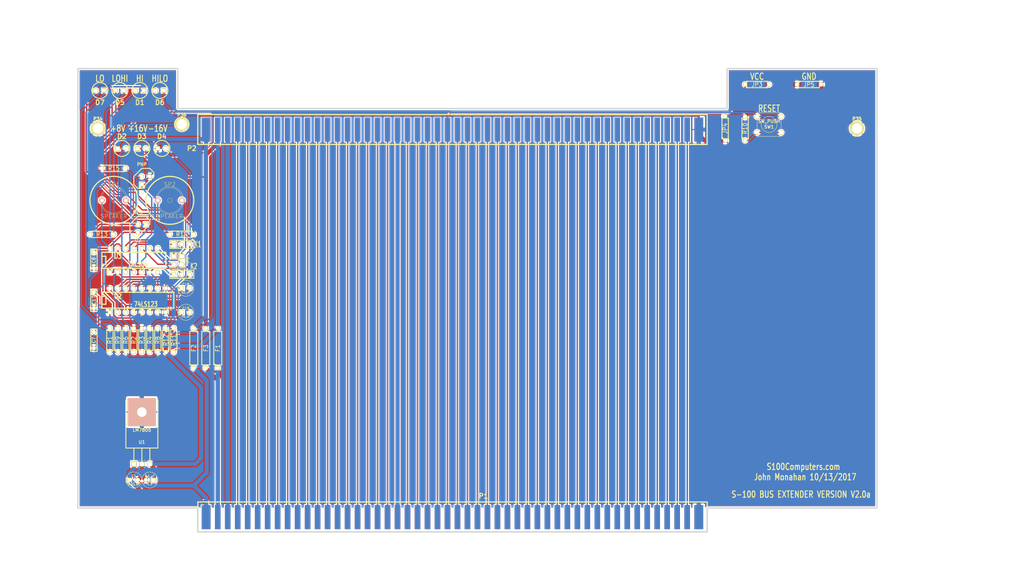
<source format=kicad_pcb>
(kicad_pcb (version 20221018) (generator pcbnew)
  (layers (0 "F.Cu" signal "Component") (31 "B.Cu" signal "Copper") (34 "B.Paste" user) (35 "F.Paste" user) (36 "B.SilkS" user) (37 "F.SilkS" user) (38 "B.Mask" user) (39 "F.Mask" user) (44 "Edge.Cuts" user))
  (net 0 "")
  (net 1 "/+16V")
  (net 2 "/+8V")
  (net 3 "/-16V")
  (net 4 "/0V_A")
  (net 5 "/0V_B")
  (net 6 "/0V_C")
  (net 7 "/A0")
  (net 8 "/A1")
  (net 9 "/A10-")
  (net 10 "/A11-")
  (net 11 "/A12-")
  (net 12 "/A13-")
  (net 13 "/A14-")
  (net 14 "/A15-")
  (net 15 "/A16")
  (net 16 "/A17")
  (net 17 "/A18")
  (net 18 "/A19")
  (net 19 "/A2")
  (net 20 "/A20")
  (net 21 "/A21")
  (net 22 "/A22")
  (net 23 "/A23")
  (net 24 "/A3")
  (net 25 "/A4")
  (net 26 "/A5")
  (net 27 "/A6")
  (net 28 "/A7")
  (net 29 "/A8-")
  (net 30 "/A9-")
  (net 31 "/ADSB*")
  (net 32 "/CDSB*")
  (net 33 "/CLOCK")
  (net 34 "/DI0")
  (net 35 "/DI1")
  (net 36 "/DI2")
  (net 37 "/DI3")
  (net 38 "/DI4")
  (net 39 "/DI5")
  (net 40 "/DI6")
  (net 41 "/DI7")
  (net 42 "/DO0")
  (net 43 "/DO1")
  (net 44 "/DO2")
  (net 45 "/DO3")
  (net 46 "/DO4")
  (net 47 "/DO5")
  (net 48 "/DO6")
  (net 49 "/DO7")
  (net 50 "/DODSB*")
  (net 51 "/ERROR*")
  (net 52 "/F+16V")
  (net 53 "/F+8V")
  (net 54 "/F-16V")
  (net 55 "/HOLD*")
  (net 56 "/INT*")
  (net 57 "/MWRT")
  (net 58 "/NDEF1")
  (net 59 "/NDEF2")
  (net 60 "/NDEF3")
  (net 61 "/NMI*")
  (net 62 "/PHANTOM*")
  (net 63 "/PHI")
  (net 64 "/POC*")
  (net 65 "/PWRFAIL*")
  (net 66 "/RDY")
  (net 67 "/RESET*")
  (net 68 "/RFU1")
  (net 69 "/RFU2")
  (net 70 "/RFU3")
  (net 71 "/RFU4")
  (net 72 "/SDSB*")
  (net 73 "/SIXTN*")
  (net 74 "/SLAVE_CLR*")
  (net 75 "/TMA0*")
  (net 76 "/TMA1*")
  (net 77 "/TMA2*")
  (net 78 "/TMA3*")
  (net 79 "/VI0*")
  (net 80 "/VI1*")
  (net 81 "/VI2*")
  (net 82 "/VI3*")
  (net 83 "/VI4*")
  (net 84 "/VI5*")
  (net 85 "/VI6*")
  (net 86 "/VI7*")
  (net 87 "/XRDY")
  (net 88 "/pDBIN")
  (net 89 "/pHLDA")
  (net 90 "/pSTVAL*")
  (net 91 "/pSYNC")
  (net 92 "/pWR*")
  (net 93 "/sHLTA")
  (net 94 "/sINP")
  (net 95 "/sINTA")
  (net 96 "/sM1")
  (net 97 "/sMEMR")
  (net 98 "/sOUT")
  (net 99 "/sWO*")
  (net 100 "/sXTRQ*")
  (net 101 "GND")
  (net 102 "N-000001")
  (net 103 "N-000002")
  (net 104 "N-000003")
  (net 105 "N-000004")
  (net 106 "N-000005")
  (net 107 "N-000006")
  (net 108 "N-000007")
  (net 109 "N-000059")
  (net 110 "N-000060")
  (net 111 "N-000061")
  (net 112 "N-000065")
  (net 113 "N-000066")
  (net 114 "N-000067")
  (net 115 "N-000068")
  (net 116 "N-000069")
  (net 117 "N-000070")
  (net 118 "N-000071")
  (net 119 "N-000072")
  (net 120 "N-000073")
  (net 121 "N-000074")
  (net 122 "N-000075")
  (net 123 "N-000076")
  (net 124 "N-000077")
  (net 125 "N-000078")
  (net 126 "N-000079")
  (net 127 "N-000080")
  (net 128 "N-000081")
  (net 129 "N-000082")
  (net 130 "N-000083")
  (net 131 "N-000085")
  (net 132 "VCC")
  (footprint "S100_MALE" (layer "F.Cu") (at 50.8 180.34)
    (fp_text reference "P1")
    (fp_text value "S100_MALE" hide)
  )
  (footprint "TO220" (layer "F.Cu") (at 33.02 158.75 90)
    (fp_text reference "U1")
    (fp_text value "LM7805")
  )
  (footprint "C1V5" (layer "F.Cu") (at 30.48 163.83)
    (fp_text reference "C1")
    (fp_text value "0.33_uF")
  )
  (footprint "C1V5" (layer "F.Cu") (at 35.56 163.83 180)
    (fp_text reference "C3")
    (fp_text value "0.1_uF")
  )
  (footprint "1pin" (layer "F.Cu") (at 260.35 52.07)
    (fp_text reference "P35")
    (fp_text value "CONN_1" hide)
  )
  (footprint "1pin" (layer "F.Cu") (at 19.05 52.07)
    (fp_text reference "P34")
    (fp_text value "CONN_1" hide)
  )
  (footprint "C2" (layer "F.Cu") (at 17.78 93.98 -90)
    (fp_text reference "C8")
    (fp_text value "0.1_uF" hide)
  )
  (footprint "C2" (layer "F.Cu") (at 17.78 119.38 -90)
    (fp_text reference "C7")
    (fp_text value "0.1_uF" hide)
  )
  (footprint "C2" (layer "F.Cu") (at 17.78 106.68 -90)
    (fp_text reference "C17")
    (fp_text value "0.1_uF" hide)
  )
  (footprint "S100_MALE" (layer "F.Cu") (at 50.8 57.15)
    (fp_text reference "P2")
    (fp_text value "S100_MALE" hide)
  )
  (footprint "14dip300" (layer "F.Cu") (at 30.48 93.98)
    (fp_text reference "U3")
    (fp_text value "74LS04")
  )
  (footprint "16dip300" (layer "F.Cu") (at 31.75 106.68)
    (fp_text reference "U2")
    (fp_text value "74LS123")
  )
  (footprint "1pin" (layer "F.Cu") (at 45.72 50.8)
    (fp_text reference "P36")
    (fp_text value "CONN_1" hide)
  )
  (footprint "C1V5" (layer "F.Cu") (at 46.99 110.49)
    (fp_text reference "C19")
    (fp_text value "10_uF")
  )
  (footprint "C1V5" (layer "F.Cu") (at 46.99 102.87)
    (fp_text reference "C18")
    (fp_text value "10_uF")
  )
  (footprint "LEDV" (layer "F.Cu") (at 19.685 40.005 180)
    (fp_text reference "D7")
    (fp_text value "LED" hide)
  )
  (footprint "LEDV" (layer "F.Cu") (at 26.67 58.42)
    (fp_text reference "D2")
    (fp_text value "LED" hide)
  )
  (footprint "LEDV" (layer "F.Cu") (at 33.02 58.42)
    (fp_text reference "D3")
    (fp_text value "LED" hide)
  )
  (footprint "LEDV" (layer "F.Cu") (at 39.37 58.42)
    (fp_text reference "D4")
    (fp_text value "LED" hide)
  )
  (footprint "LEDV" (layer "F.Cu") (at 26.035 40.005 180)
    (fp_text reference "D5")
    (fp_text value "LED" hide)
  )
  (footprint "LEDV" (layer "F.Cu") (at 38.735 40.005 180)
    (fp_text reference "D6")
    (fp_text value "LED" hide)
  )
  (footprint "LEDV" (layer "F.Cu") (at 32.385 40.005 180)
    (fp_text reference "D1")
    (fp_text value "LED" hide)
  )
  (footprint "PIN_ARRAY_2X1" (layer "F.Cu") (at 45.72 93.98 -90)
    (fp_text reference "JP2")
    (fp_text value "JUMPER" hide)
  )
  (footprint "PIN_ARRAY_2X1" (layer "F.Cu") (at 43.18 93.98 -90)
    (fp_text reference "JP1")
    (fp_text value "JUMPER" hide)
  )
  (footprint "R3" (layer "F.Cu") (at 38.1 119.38 90)
    (fp_text reference "R8")
    (fp_text value "180" hide)
  )
  (footprint "R3" (layer "F.Cu") (at 33.02 119.38 90)
    (fp_text reference "R3")
    (fp_text value "20K" hide)
  )
  (footprint "R3" (layer "F.Cu") (at 35.56 119.38 -90)
    (fp_text reference "R4")
    (fp_text value "20K" hide)
  )
  (footprint "R3" (layer "F.Cu") (at 30.48 119.38 90)
    (fp_text reference "R2")
    (fp_text value "4700" hide)
  )
  (footprint "R3" (layer "F.Cu") (at 27.94 119.38 90)
    (fp_text reference "R6")
    (fp_text value "180" hide)
  )
  (footprint "R3" (layer "F.Cu") (at 25.4 119.38 90)
    (fp_text reference "R9")
    (fp_text value "180" hide)
  )
  (footprint "R3" (layer "F.Cu") (at 22.86 119.38 90)
    (fp_text reference "R1")
    (fp_text value "180" hide)
  )
  (footprint "BUZZER_AL11P_modified" (layer "F.Cu") (at 24.13 74.93)
    (fp_text reference "SP1")
    (fp_text value "SPEAKER")
  )
  (footprint "BUZZER_AL11P_modified" (layer "F.Cu") (at 41.91 74.93)
    (fp_text reference "SP2")
    (fp_text value "SPEAKER")
  )
  (footprint "R3" (layer "F.Cu") (at 224.79 52.07 90)
    (fp_text reference "R10")
    (fp_text value "10" hide)
  )
  (footprint "R5" (layer "F.Cu") (at 53.34 121.92 -90)
    (fp_text reference "F3")
    (fp_text value "FUSE" hide)
  )
  (footprint "R5" (layer "F.Cu") (at 49.53 121.92 -90)
    (fp_text reference "F2")
    (fp_text value "FUSE" hide)
  )
  (footprint "R5" (layer "F.Cu") (at 57.15 121.92 90)
    (fp_text reference "F1")
    (fp_text value "FUSE" hide)
  )
  (footprint "SW_PUSH_SMALL" (layer "F.Cu") (at 232.41 50.8 180)
    (fp_text reference "SW1")
    (fp_text value "SW_PUSH")
  )
  (footprint "R3" (layer "F.Cu") (at 218.44 52.07 90)
    (fp_text reference "JP4")
    (fp_text value "JUMPER" hide)
  )
  (footprint "R3" (layer "F.Cu") (at 228.6 38.1 180)
    (fp_text reference "JP3")
    (fp_text value "JUMPER" hide)
  )
  (footprint "R3" (layer "F.Cu") (at 245.11 38.1)
    (fp_text reference "JP5")
    (fp_text value "JUMPER" hide)
  )
  (footprint "R3" (layer "F.Cu") (at 43.18 119.38 -90)
    (fp_text reference "R11")
    (fp_text value "470" hide)
  )
  (footprint "R3" (layer "F.Cu") (at 40.64 119.38 -90)
    (fp_text reference "R12")
    (fp_text value "470" hide)
  )
  (footprint "R3" (layer "F.Cu") (at 20.32 85.725)
    (fp_text reference "R13")
    (fp_text value "1K" hide)
  )
  (footprint "R3" (layer "F.Cu") (at 45.72 85.725)
    (fp_text reference "R14")
    (fp_text value "6800" hide)
  )
  (footprint "R3" (layer "F.Cu") (at 24.13 64.77 180)
    (fp_text reference "R15")
    (fp_text value "390" hide)
  )
  (footprint "TO92-INVERT" (layer "F.Cu") (at 34.29 68.58)
    (fp_text reference "Q1")
    (fp_text value "PNP")
  )
  (footprint "TO92" (layer "F.Cu") (at 33.02 83.82)
    (fp_text reference "Q2")
    (fp_text value "NPN")
  )
  (footprint "SIL-3" (layer "F.Cu") (at 45.72 88.9)
    (fp_text reference "K1")
    (fp_text value "CONN_3" hide)
  )
  (footprint "SIL-3" (layer "F.Cu") (at 45.72 98.425)
    (fp_text reference "K2")
    (fp_text value "CONN_3" hide)
  )
  (gr_line (start 266.7 33.02) (end 219.075 33.02) (stroke (width 0.381)) (layer "Edge.Cuts"))
  (gr_line (start 212.725 180.34) (end 50.8 180.34) (stroke (width 0.381)) (layer "Edge.Cuts"))
  (gr_line (start 12.7 172.72) (end 12.7 52.07) (stroke (width 0.381)) (layer "Edge.Cuts"))
  (gr_line (start 266.7 172.72) (end 212.725 172.72) (stroke (width 0.381)) (layer "Edge.Cuts"))
  (gr_line (start 219.075 33.02) (end 219.075 45.72) (stroke (width 0.381)) (layer "Edge.Cuts"))
  (gr_line (start 217.17 45.72) (end 44.45 45.72) (stroke (width 0.381)) (layer "Edge.Cuts"))
  (gr_line (start 219.075 45.72) (end 217.17 45.72) (stroke (width 0.381)) (layer "Edge.Cuts"))
  (gr_line (start 12.7 33.02) (end 12.7 52.07) (stroke (width 0.381)) (layer "Edge.Cuts"))
  (gr_line (start 44.45 33.02) (end 12.7 33.02) (stroke (width 0.381)) (layer "Edge.Cuts"))
  (gr_line (start 266.7 52.07) (end 266.7 33.02) (stroke (width 0.381)) (layer "Edge.Cuts"))
  (gr_line (start 212.725 172.72) (end 212.725 180.34) (stroke (width 0.381)) (layer "Edge.Cuts"))
  (gr_line (start 50.8 172.72) (end 12.7 172.72) (stroke (width 0.381)) (layer "Edge.Cuts"))
  (gr_line (start 44.45 45.72) (end 44.45 33.02) (stroke (width 0.381)) (layer "Edge.Cuts"))
  (gr_line (start 266.7 172.72) (end 266.7 52.07) (stroke (width 0.381)) (layer "Edge.Cuts"))
  (gr_line (start 50.8 180.34) (end 50.8 172.72) (stroke (width 0.381)) (layer "Edge.Cuts"))
  (gr_text "S100Computers.com \nJohn Monahan 10/13/2017" (at 243.90096 161.23666) (layer "F.SilkS") (effects (font (size 2.032 1.524) (thickness 0.3048))))
  (gr_text "-16V" (at 38.1 52.07) (layer "F.SilkS") (effects (font (size 2.032 1.524) (thickness 0.3048))))
  (gr_text "VCC" (at 228.6 35.56) (layer "F.SilkS") (effects (font (size 2.032 1.524) (thickness 0.3048))))
  (gr_text "GND" (at 245.11 35.56) (layer "F.SilkS") (effects (font (size 2.032 1.524) (thickness 0.3048))))
  (gr_text "S-100 BUS EXTENDER VERSION V2.0a" (at 242.59794 168.39946) (layer "F.SilkS") (effects (font (size 2.032 1.524) (thickness 0.3048))))
  (gr_text "HILO" (at 38.735 36.195) (layer "F.SilkS") (effects (font (size 2.032 1.524) (thickness 0.3048))))
  (gr_text "+8V" (at 25.4 52.07) (layer "F.SilkS") (effects (font (size 2.032 1.524) (thickness 0.3048))))
  (gr_text "+16V" (at 31.75 52.07) (layer "F.SilkS") (effects (font (size 2.032 1.524) (thickness 0.3048))))
  (gr_text "LO" (at 19.685 36.195) (layer "F.SilkS") (effects (font (size 2.032 1.524) (thickness 0.3048))))
  (gr_text "RESET" (at 232.41 45.72) (layer "F.SilkS") (effects (font (size 2.032 1.524) (thickness 0.3048))))
  (gr_text "LOHI" (at 26.035 36.195) (layer "F.SilkS") (effects (font (size 2.032 1.524) (thickness 0.3048))))
  (gr_text "HI" (at 32.385 36.195) (layer "F.SilkS") (effects (font (size 2.032 1.524) (thickness 0.3048))))
  (segment (start 57.15 132.08) (end 57.15 175.641) (width 1.2954) (layer "F.Cu") (net 1))
  (segment (start 53.34 128.27) (end 57.15 132.08) (width 1.2954) (layer "F.Cu") (net 1))
  (segment (start 36.30168 170.92168) (end 29.21 163.83) (width 1.2954) (layer "F.Cu") (net 2))
  (segment (start 53.467 175.641) (end 53.467 170.92168) (width 1.2954) (layer "F.Cu") (net 2))
  (segment (start 53.467 170.92168) (end 36.30168 170.92168) (width 1.2954) (layer "F.Cu") (net 2))
  (segment (start 53.467 175.641) (end 53.467 169.53992) (width 1.2954) (layer "B.Cu") (net 2))
  (segment (start 53.64226 132.18922) (end 49.72304 128.27) (width 1.2954) (layer "B.Cu") (net 2))
  (segment (start 49.53 165.60292) (end 53.64226 161.49066) (width 1.2954) (layer "B.Cu") (net 2))
  (segment (start 29.21 161.47542) (end 29.21 163.83) (width 1.2954) (layer "B.Cu") (net 2))
  (segment (start 30.98292 165.60292) (end 29.21 163.83) (width 1.2954) (layer "B.Cu") (net 2))
  (segment (start 30.48 158.75) (end 30.48 160.20542) (width 1.2954) (layer "B.Cu") (net 2))
  (segment (start 53.64226 161.49066) (end 53.64226 132.18922) (width 1.2954) (layer "B.Cu") (net 2))
  (segment (start 49.53 165.60292) (end 30.98292 165.60292) (width 1.2954) (layer "B.Cu") (net 2))
  (segment (start 53.467 169.53992) (end 49.53 165.60292) (width 1.2954) (layer "B.Cu") (net 2))
  (segment (start 30.48 160.20542) (end 29.21 161.47542) (width 1.2954) (layer "B.Cu") (net 2))
  (segment (start 49.72304 128.27) (end 49.53 128.27) (width 1.2954) (layer "B.Cu") (net 2))
  (segment (start 57.15 128.27) (end 57.15 175.641) (width 1.2954) (layer "B.Cu") (net 3))
  (segment (start 114.3 52.451) (end 114.3 175.641) (width 1.2954) (layer "F.Cu") (net 4))
  (segment (start 60.325 52.451) (end 60.325 175.641) (width 1.2954) (layer "B.Cu") (net 5))
  (segment (start 114.3 52.451) (end 114.3 175.641) (width 1.2954) (layer "B.Cu") (net 6))
  (segment (start 142.875 52.451) (end 142.875 175.641) (width 0.4318) (layer "B.Cu") (net 7))
  (segment (start 146.05 52.451) (end 146.05 175.641) (width 0.4318) (layer "B.Cu") (net 8))
  (segment (start 168.275 52.451) (end 168.275 175.641) (width 0.4318) (layer "F.Cu") (net 9))
  (segment (start 168.275 52.451) (end 168.275 175.641) (width 0.4318) (layer "B.Cu") (net 10))
  (segment (start 155.575 52.451) (end 155.575 175.641) (width 0.4318) (layer "F.Cu") (net 11))
  (segment (start 161.925 175.641) (end 161.925 52.451) (width 0.4318) (layer "B.Cu") (net 12))
  (segment (start 165.1 52.451) (end 165.1 175.641) (width 0.4318) (layer "B.Cu") (net 13))
  (segment (start 152.4 52.451) (end 152.4 175.641) (width 0.4318) (layer "F.Cu") (net 14))
  (segment (start 101.6 52.451) (end 101.6 175.641) (width 0.4318) (layer "F.Cu") (net 15))
  (segment (start 104.775 52.451) (end 104.775 175.641) (width 0.4318) (layer "F.Cu") (net 16))
  (segment (start 98.425 52.451) (end 98.425 175.641) (width 0.4318) (layer "F.Cu") (net 17))
  (segment (start 79.375 52.451) (end 79.375 175.641) (width 0.4318) (layer "B.Cu") (net 18))
  (segment (start 149.225 52.451) (end 149.225 175.641) (width 0.4318) (layer "B.Cu") (net 19))
  (segment (start 85.725 52.451) (end 85.725 175.641) (width 0.4318) (layer "B.Cu") (net 20))
  (segment (start 88.9 52.451) (end 88.9 175.641) (width 0.4318) (layer "B.Cu") (net 21))
  (segment (start 92.075 52.451) (end 92.075 175.641) (width 0.4318) (layer "B.Cu") (net 22))
  (segment (start 95.25 52.451) (end 95.25 175.641) (width 0.4318) (layer "B.Cu") (net 23))
  (segment (start 149.225 52.451) (end 149.225 175.641) (width 0.4318) (layer "F.Cu") (net 24))
  (segment (start 146.05 52.451) (end 146.05 175.641) (width 0.4318) (layer "F.Cu") (net 25))
  (segment (start 142.875 52.451) (end 142.875 175.641) (width 0.4318) (layer "F.Cu") (net 26))
  (segment (start 152.4 52.451) (end 152.4 175.641) (width 0.4318) (layer "B.Cu") (net 27))
  (segment (start 155.575 52.451) (end 155.575 175.641) (width 0.4318) (layer "B.Cu") (net 28))
  (segment (start 158.75 52.451) (end 158.75 175.641) (width 0.4318) (layer "B.Cu") (net 29))
  (segment (start 158.75 52.451) (end 158.75 175.641) (width 0.4318) (layer "F.Cu") (net 30))
  (segment (start 120.65 52.451) (end 120.65 175.641) (width 0.4318) (layer "F.Cu") (net 31))
  (segment (start 111.125 52.451) (end 111.125 175.641) (width 0.4318) (layer "F.Cu") (net 32))
  (segment (start 206.375 52.451) (end 206.375 175.641) (width 0.4318) (layer "F.Cu") (net 33))
  (segment (start 193.675 52.451) (end 193.675 175.641) (width 0.4318) (layer "B.Cu") (net 34))
  (segment (start 190.5 175.641) (end 190.5 52.451) (width 0.4318) (layer "B.Cu") (net 35))
  (segment (start 180.975 52.451) (end 180.975 175.641) (width 0.4318) (layer "F.Cu") (net 36))
  (segment (start 184.15 52.451) (end 184.15 175.641) (width 0.4318) (layer "F.Cu") (net 37))
  (segment (start 180.975 52.451) (end 180.975 175.641) (width 0.4318) (layer "B.Cu") (net 38))
  (segment (start 184.15 52.451) (end 184.15 175.641) (width 0.4318) (layer "B.Cu") (net 39))
  (segment (start 187.325 52.451) (end 187.325 175.641) (width 0.4318) (layer "B.Cu") (net 40))
  (segment (start 187.325 52.451) (end 187.325 175.641) (width 0.4318) (layer "F.Cu") (net 41))
  (segment (start 165.1 52.451) (end 165.1 175.641) (width 0.4318) (layer "F.Cu") (net 42))
  (segment (start 161.925 52.451) (end 161.925 175.641) (width 0.4318) (layer "F.Cu") (net 43))
  (segment (start 171.45 52.451) (end 171.45 175.641) (width 0.4318) (layer "B.Cu") (net 44))
  (segment (start 174.625 52.451) (end 174.625 175.641) (width 0.4318) (layer "B.Cu") (net 45))
  (segment (start 171.45 52.451) (end 171.45 175.641) (width 0.4318) (layer "F.Cu") (net 46))
  (segment (start 174.625 52.451) (end 174.625 175.641) (width 0.4318) (layer "F.Cu") (net 47))
  (segment (start 177.8 52.451) (end 177.8 175.641) (width 0.4318) (layer "F.Cu") (net 48))
  (segment (start 177.8 52.451) (end 177.8 175.641) (width 0.4318) (layer "B.Cu") (net 49))
  (segment (start 123.825 52.451) (end 123.825 175.641) (width 0.4318) (layer "F.Cu") (net 50))
  (segment (start 203.2 52.451) (end 203.2 175.641) (width 0.4318) (layer "B.Cu") (net 51))
  (segment (start 32.92602 58.42) (end 32.92602 59.59602) (width 0.4318) (layer "F.Cu") (net 52))
  (segment (start 56.72582 57.17032) (end 53.34 60.55614) (width 1.2954) (layer "F.Cu") (net 52))
  (segment (start 53.34 67.50558) (end 53.34 115.57) (width 1.2954) (layer "F.Cu") (net 52))
  (segment (start 40.83558 67.50558) (end 53.34 67.50558) (width 0.4318) (layer "F.Cu") (net 52))
  (segment (start 32.92602 59.59602) (end 40.83558 67.50558) (width 0.4318) (layer "F.Cu") (net 52))
  (segment (start 53.34 60.55614) (end 53.34 67.50558) (width 1.2954) (layer "F.Cu") (net 52))
  (segment (start 57.15 57.17032) (end 56.72582 57.17032) (width 1.2954) (layer "F.Cu") (net 52))
  (segment (start 57.15 52.451) (end 57.15 57.17032) (width 1.2954) (layer "F.Cu") (net 52))
  (segment (start 31.75 58.42) (end 32.92602 58.42) (width 0.4318) (layer "F.Cu") (net 52))
  (segment (start 36.56584 60.38596) (end 36.18992 60.01004) (width 1.2954) (layer "F.Cu") (net 53))
  (segment (start 50.25136 60.38596) (end 36.56584 60.38596) (width 1.2954) (layer "F.Cu") (net 53))
  (segment (start 35.814 56.44134) (end 27.37866 56.44134) (width 1.2954) (layer "F.Cu") (net 53))
  (segment (start 53.467 52.451) (end 53.467 57.17032) (width 1.2954) (layer "F.Cu") (net 53))
  (segment (start 36.18992 60.01004) (end 36.18992 56.81726) (width 1.2954) (layer "F.Cu") (net 53))
  (segment (start 36.18992 56.81726) (end 35.814 56.44134) (width 1.2954) (layer "F.Cu") (net 53))
  (segment (start 27.37866 56.44134) (end 25.4 58.42) (width 1.2954) (layer "F.Cu") (net 53))
  (segment (start 53.467 57.17032) (end 50.25136 60.38596) (width 1.2954) (layer "F.Cu") (net 53))
  (segment (start 53.37302 111.72698) (end 53.37302 57.17032) (width 1.2954) (layer "B.Cu") (net 53))
  (segment (start 53.37302 57.17032) (end 53.37302 57.15508) (width 1.2954) (layer "B.Cu") (net 53))
  (segment (start 49.53 115.57) (end 53.37302 111.72698) (width 1.2954) (layer "B.Cu") (net 53))
  (segment (start 53.467 55.4482) (end 53.467 57.17032) (width 1.2954) (layer "B.Cu") (net 53))
  (segment (start 53.467 52.451) (end 53.467 55.4482) (width 1.2954) (layer "B.Cu") (net 53))
  (segment (start 25.4 56.81218) (end 25.4 58.42) (width 1.2954) (layer "B.Cu") (net 53))
  (segment (start 26.76398 55.4482) (end 25.4 56.81218) (width 1.2954) (layer "B.Cu") (net 53))
  (segment (start 53.467 55.4482) (end 26.76398 55.4482) (width 1.2954) (layer "B.Cu") (net 53))
  (segment (start 53.467 57.17032) (end 53.37302 57.17032) (width 1.2954) (layer "B.Cu") (net 53))
  (segment (start 37.6047 121.1453) (end 35.56 123.19) (width 1.2954) (layer "B.Cu") (net 54))
  (segment (start 57.15 115.57) (end 57.15 52.451) (width 1.2954) (layer "B.Cu") (net 54))
  (segment (start 57.15 115.57) (end 51.5747 121.1453) (width 1.2954) (layer "B.Cu") (net 54))
  (segment (start 51.5747 121.1453) (end 37.6047 121.1453) (width 1.2954) (layer "B.Cu") (net 54))
  (segment (start 127 52.451) (end 127 175.641) (width 0.4318) (layer "B.Cu") (net 55))
  (segment (start 123.825 52.451) (end 123.825 175.641) (width 0.4318) (layer "B.Cu") (net 56))
  (segment (start 107.95 175.641) (end 107.95 52.451) (width 0.4318) (layer "B.Cu") (net 57))
  (segment (start 117.475 52.451) (end 117.475 175.641) (width 0.4318) (layer "F.Cu") (net 58))
  (segment (start 98.425 52.451) (end 98.425 175.641) (width 0.4318) (layer "B.Cu") (net 59))
  (segment (start 101.6 52.451) (end 101.6 175.641) (width 0.4318) (layer "B.Cu") (net 60))
  (segment (start 88.9 52.451) (end 88.9 175.641) (width 0.4318) (layer "F.Cu") (net 61))
  (segment (start 104.775 52.451) (end 104.775 175.641) (width 0.4318) (layer "B.Cu") (net 62))
  (segment (start 127 52.451) (end 127 175.641) (width 0.4318) (layer "F.Cu") (net 63))
  (segment (start 206.375 175.641) (end 206.375 52.451) (width 0.4318) (layer "B.Cu") (net 64))
  (segment (start 92.075 52.451) (end 92.075 175.641) (width 0.4318) (layer "F.Cu") (net 65))
  (segment (start 120.65 175.641) (end 120.65 52.451) (width 0.4318) (layer "B.Cu") (net 66))
  (segment (start 131.2672 47.07128) (end 227.41128 47.07128) (width 0.4318) (layer "B.Cu") (net 67))
  (segment (start 236.22 48.26) (end 228.6 48.26) (width 0.4318) (layer "B.Cu") (net 67))
  (segment (start 130.175 52.451) (end 130.175 175.641) (width 0.4318) (layer "B.Cu") (net 67))
  (segment (start 227.41128 47.07128) (end 228.6 48.26) (width 0.4318) (layer "B.Cu") (net 67))
  (segment (start 130.175 48.16348) (end 131.2672 47.07128) (width 0.4318) (layer "B.Cu") (net 67))
  (segment (start 130.175 52.451) (end 130.175 48.16348) (width 0.4318) (layer "B.Cu") (net 67))
  (segment (start 136.525 52.451) (end 136.525 175.641) (width 0.4318) (layer "F.Cu") (net 68))
  (segment (start 139.7 52.451) (end 139.7 175.641) (width 0.4318) (layer "F.Cu") (net 69))
  (segment (start 111.125 52.451) (end 111.125 175.641) (width 0.4318) (layer "B.Cu") (net 70))
  (segment (start 117.475 52.451) (end 117.475 175.641) (width 0.4318) (layer "B.Cu") (net 71))
  (segment (start 107.95 52.451) (end 107.95 175.641) (width 0.4318) (layer "F.Cu") (net 72))
  (segment (start 82.55 175.641) (end 82.55 52.451) (width 0.4318) (layer "B.Cu") (net 73))
  (segment (start 63.5 52.451) (end 63.5 175.641) (width 0.4318) (layer "B.Cu") (net 74))
  (segment (start 66.675 175.641) (end 66.675 52.451) (width 0.4318) (layer "B.Cu") (net 75))
  (segment (start 69.85 52.451) (end 69.85 175.641) (width 0.4318) (layer "B.Cu") (net 76))
  (segment (start 73.025 175.641) (end 73.025 52.451) (width 0.4318) (layer "B.Cu") (net 77))
  (segment (start 95.25 52.451) (end 95.25 175.641) (width 0.4318) (layer "F.Cu") (net 78))
  (segment (start 63.5 175.641) (end 63.5 52.451) (width 0.4318) (layer "F.Cu") (net 79))
  (segment (start 66.675 52.451) (end 66.675 175.641) (width 0.4318) (layer "F.Cu") (net 80))
  (segment (start 69.85 52.451) (end 69.85 175.641) (width 0.4318) (layer "F.Cu") (net 81))
  (segment (start 73.025 52.451) (end 73.025 175.641) (width 0.4318) (layer "F.Cu") (net 82))
  (segment (start 76.2 52.451) (end 76.2 175.641) (width 0.4318) (layer "F.Cu") (net 83))
  (segment (start 79.375 52.451) (end 79.375 175.641) (width 0.4318) (layer "F.Cu") (net 84))
  (segment (start 82.55 52.451) (end 82.55 175.641) (width 0.4318) (layer "F.Cu") (net 85))
  (segment (start 85.725 52.451) (end 85.725 175.641) (width 0.4318) (layer "F.Cu") (net 86))
  (segment (start 60.325 52.451) (end 60.325 175.641) (width 0.4318) (layer "F.Cu") (net 87))
  (segment (start 139.7 175.641) (end 139.7 52.451) (width 0.4318) (layer "B.Cu") (net 88))
  (segment (start 133.35 52.451) (end 133.35 175.641) (width 0.4318) (layer "F.Cu") (net 89))
  (segment (start 130.175 52.451) (end 130.175 175.641) (width 0.4318) (layer "F.Cu") (net 90))
  (segment (start 133.35 175.641) (end 133.35 52.451) (width 0.4318) (layer "B.Cu") (net 91))
  (segment (start 136.525 52.451) (end 136.525 175.641) (width 0.4318) (layer "B.Cu") (net 92))
  (segment (start 203.2 52.451) (end 203.2 175.641) (width 0.4318) (layer "F.Cu") (net 93))
  (segment (start 196.85 52.451) (end 196.85 175.641) (width 0.4318) (layer "F.Cu") (net 94))
  (segment (start 196.85 52.451) (end 196.85 175.641) (width 0.4318) (layer "B.Cu") (net 95))
  (segment (start 190.5 52.451) (end 190.5 175.641) (width 0.4318) (layer "F.Cu") (net 96))
  (segment (start 200.025 52.451) (end 200.025 175.641) (width 0.4318) (layer "F.Cu") (net 97))
  (segment (start 193.675 52.451) (end 193.675 175.641) (width 0.4318) (layer "F.Cu") (net 98))
  (segment (start 200.025 52.451) (end 200.025 175.641) (width 0.4318) (layer "B.Cu") (net 99))
  (segment (start 76.2 52.451) (end 76.2 175.641) (width 0.4318) (layer "B.Cu") (net 100))
  (segment (start 24.99868 113.8047) (end 24.13 114.67338) (width 0.4318) (layer "F.Cu") (net 101))
  (segment (start 248.92 38.1) (end 248.92 40.64) (width 1.2954) (layer "F.Cu") (net 101))
  (segment (start 48.92802 50.87112) (end 48.66386 51.13528) (width 0.6096) (layer "F.Cu") (net 101))
  (segment (start 17.78 96.52) (end 16.45666 97.84334) (width 0.4318) (layer "F.Cu") (net 101))
  (segment (start 34.19856 68.67144) (end 24.22144 68.67144) (width 0.4318) (layer "F.Cu") (net 101))
  (segment (start 33.02 162.56) (end 31.75 163.83) (width 1.2954) (layer "F.Cu") (net 101))
  (segment (start 48.92802 52.25288) (end 48.92802 50.87112) (width 1.2954) (layer "F.Cu") (net 101))
  (segment (start 22.86 110.49) (end 22.86 111.66602) (width 0.4318) (layer "F.Cu") (net 101))
  (segment (start 16.45666 107.89666) (end 17.78 109.22) (width 0.4318) (layer "F.Cu") (net 101))
  (segment (start 24.13 116.41836) (end 18.62836 121.92) (width 0.4318) (layer "F.Cu") (net 101))
  (segment (start 234.95 38.1) (end 241.3 38.1) (width 1.2954) (layer "F.Cu") (net 101))
  (segment (start 51.72456 48.07458) (end 48.92802 50.87112) (width 0.6096) (layer "F.Cu") (net 101))
  (segment (start 210.058 54.03596) (end 210.058 52.451) (width 1.2954) (layer "F.Cu") (net 101))
  (segment (start 38.1 58.42) (end 42.01922 54.50078) (width 1.2954) (layer "F.Cu") (net 101))
  (segment (start 24.22144 68.67144) (end 20.32 64.77) (width 0.4318) (layer "F.Cu") (net 101))
  (segment (start 22.86 111.66602) (end 24.99868 113.8047) (width 0.4318) (layer "F.Cu") (net 101))
  (segment (start 16.45666 97.84334) (end 16.45666 107.89666) (width 0.4318) (layer "F.Cu") (net 101))
  (segment (start 28.7147 113.8047) (end 24.99868 113.8047) (width 0.4318) (layer "F.Cu") (net 101))
  (segment (start 33.02 162.56) (end 34.29 163.83) (width 1.2954) (layer "F.Cu") (net 101))
  (segment (start 46.68012 54.50078) (end 48.92802 52.25288) (width 1.2954) (layer "F.Cu") (net 101))
  (segment (start 210.058 54.03596) (end 210.058 175.641) (width 1.2954) (layer "F.Cu") (net 101))
  (segment (start 211.90204 55.88) (end 210.058 54.03596) (width 1.2954) (layer "F.Cu") (net 101))
  (segment (start 33.02 115.57) (end 30.48 115.57) (width 1.2954) (layer "F.Cu") (net 101))
  (segment (start 210.058 48.07458) (end 51.72456 48.07458) (width 0.6096) (layer "F.Cu") (net 101))
  (segment (start 241.3 38.1) (end 248.92 38.1) (width 1.2954) (layer "F.Cu") (net 101))
  (segment (start 33.02 158.75) (end 33.02 162.56) (width 1.2954) (layer "F.Cu") (net 101))
  (segment (start 224.79 48.26) (end 234.95 38.1) (width 1.2954) (layer "F.Cu") (net 101))
  (segment (start 218.44 55.88) (end 211.90204 55.88) (width 1.2954) (layer "F.Cu") (net 101))
  (segment (start 17.78 121.95302) (end 17.78 121.92) (width 1.2954) (layer "F.Cu") (net 101))
  (segment (start 248.92 40.64) (end 260.35 52.07) (width 1.2954) (layer "F.Cu") (net 101))
  (segment (start 18.62836 121.92) (end 17.78 121.92) (width 0.4318) (layer "F.Cu") (net 101))
  (segment (start 24.13 114.67338) (end 24.13 116.41836) (width 0.4318) (layer "F.Cu") (net 101))
  (segment (start 210.058 52.451) (end 210.058 48.07458) (width 0.6096) (layer "F.Cu") (net 101))
  (segment (start 30.48 115.57) (end 28.7147 113.8047) (width 0.4318) (layer "F.Cu") (net 101))
  (segment (start 35.56 67.31) (end 34.19856 68.67144) (width 0.4318) (layer "F.Cu") (net 101))
  (segment (start 42.01922 54.50078) (end 46.68012 54.50078) (width 1.2954) (layer "F.Cu") (net 101))
  (segment (start 18.11782 66.97218) (end 18.11782 88.79332) (width 0.4318) (layer "B.Cu") (net 101))
  (segment (start 210.058 52.451) (end 210.058 175.641) (width 1.2954) (layer "B.Cu") (net 101))
  (segment (start 218.44 52.451) (end 218.44 48.26) (width 1.2954) (layer "B.Cu") (net 101))
  (segment (start 19.03476 89.71026) (end 19.03476 95.26524) (width 0.4318) (layer "B.Cu") (net 101))
  (segment (start 33.02 136.88568) (end 33.02 142.24) (width 1.2954) (layer "B.Cu") (net 101))
  (segment (start 32.74568 136.88568) (end 33.02 136.88568) (width 1.2954) (layer "B.Cu") (net 101))
  (segment (start 40.64 100.33) (end 38.1 97.79) (width 0.4318) (layer "B.Cu") (net 101))
  (segment (start 19.05 110.49) (end 22.86 110.49) (width 0.4318) (layer "B.Cu") (net 101))
  (segment (start 19.03476 95.26524) (end 17.78 96.52) (width 0.4318) (layer "B.Cu") (net 101))
  (segment (start 38.1 58.42) (end 38.1 64.77) (width 0.4318) (layer "B.Cu") (net 101))
  (segment (start 19.05 63.5) (end 19.05 52.07) (width 0.4318) (layer "B.Cu") (net 101))
  (segment (start 40.64 110.49) (end 40.64 102.87) (width 0.4318) (layer "B.Cu") (net 101))
  (segment (start 36.72078 111.86922) (end 39.26078 111.86922) (width 0.4318) (layer "B.Cu") (net 101))
  (segment (start 33.02 115.57) (end 36.72078 111.86922) (width 0.4318) (layer "B.Cu") (net 101))
  (segment (start 38.1 64.77) (end 35.56 67.31) (width 0.4318) (layer "B.Cu") (net 101))
  (segment (start 39.26078 111.86922) (end 40.64 110.49) (width 0.4318) (layer "B.Cu") (net 101))
  (segment (start 20.32 64.77) (end 18.11782 66.97218) (width 0.4318) (layer "B.Cu") (net 101))
  (segment (start 20.32 64.77) (end 19.05 63.5) (width 0.4318) (layer "B.Cu") (net 101))
  (segment (start 17.78 109.22) (end 19.05 110.49) (width 0.4318) (layer "B.Cu") (net 101))
  (segment (start 218.44 52.451) (end 210.058 52.451) (width 1.2954) (layer "B.Cu") (net 101))
  (segment (start 17.78 121.92) (end 32.74568 136.88568) (width 1.2954) (layer "B.Cu") (net 101))
  (segment (start 218.44 55.88) (end 218.44 52.451) (width 1.2954) (layer "B.Cu") (net 101))
  (segment (start 18.11782 88.79332) (end 19.03476 89.71026) (width 0.4318) (layer "B.Cu") (net 101))
  (segment (start 33.02 158.75) (end 33.02 142.24) (width 1.2954) (layer "B.Cu") (net 101))
  (segment (start 224.79 48.26) (end 218.44 48.26) (width 1.2954) (layer "B.Cu") (net 101))
  (segment (start 40.64 102.87) (end 40.64 100.33) (width 0.4318) (layer "B.Cu") (net 101))
  (segment (start 44.45 91.18346) (end 44.45 93.85808) (width 0.4318) (layer "F.Cu") (net 102))
  (segment (start 39.3446 93.95206) (end 36.83254 91.44) (width 0.4318) (layer "F.Cu") (net 102))
  (segment (start 36.83254 91.44) (end 36.83254 89.02192) (width 0.4318) (layer "F.Cu") (net 102))
  (segment (start 45.72 89.91346) (end 44.45 91.18346) (width 0.4318) (layer "F.Cu") (net 102))
  (segment (start 31.75 88.9) (end 30.48 90.17) (width 0.4318) (layer "F.Cu") (net 102))
  (segment (start 36.71062 88.9) (end 31.75 88.9) (width 0.4318) (layer "F.Cu") (net 102))
  (segment (start 44.35602 93.95206) (end 39.3446 93.95206) (width 0.4318) (layer "F.Cu") (net 102))
  (segment (start 45.72 88.9) (end 45.72 89.91346) (width 0.4318) (layer "F.Cu") (net 102))
  (segment (start 36.83254 89.02192) (end 36.71062 88.9) (width 0.4318) (layer "F.Cu") (net 102))
  (segment (start 44.45 93.85808) (end 44.35602 93.95206) (width 0.4318) (layer "F.Cu") (net 102))
  (segment (start 34.29 96.62922) (end 34.29 99.06) (width 0.4318) (layer "B.Cu") (net 103))
  (segment (start 40.08628 96.5073) (end 34.41192 96.5073) (width 0.4318) (layer "B.Cu") (net 103))
  (segment (start 34.29 99.06) (end 30.48 102.87) (width 0.4318) (layer "B.Cu") (net 103))
  (segment (start 42.00398 98.425) (end 40.08628 96.5073) (width 0.4318) (layer "B.Cu") (net 103))
  (segment (start 43.18 98.425) (end 42.00398 98.425) (width 0.4318) (layer "B.Cu") (net 103))
  (segment (start 34.41192 96.5073) (end 34.29 96.62922) (width 0.4318) (layer "B.Cu") (net 103))
  (segment (start 45.72 98.425) (end 44.4119 97.1169) (width 0.4318) (layer "B.Cu") (net 104))
  (segment (start 42.5069 97.1169) (end 35.56 90.17) (width 0.4318) (layer "B.Cu") (net 104))
  (segment (start 44.4119 97.1169) (end 42.5069 97.1169) (width 0.4318) (layer "B.Cu") (net 104))
  (segment (start 41.14038 99.29622) (end 26.90622 99.29622) (width 0.4318) (layer "F.Cu") (net 105))
  (segment (start 41.44772 99.60356) (end 41.14038 99.29622) (width 0.4318) (layer "F.Cu") (net 105))
  (segment (start 26.90622 99.29622) (end 25.4 97.79) (width 0.4318) (layer "F.Cu") (net 105))
  (segment (start 47.08144 99.60356) (end 41.44772 99.60356) (width 0.4318) (layer "F.Cu") (net 105))
  (segment (start 48.26 98.425) (end 47.08144 99.60356) (width 0.4318) (layer "F.Cu") (net 105))
  (segment (start 25.4 107.28452) (end 24.13 106.01452) (width 0.4318) (layer "B.Cu") (net 105))
  (segment (start 25.4 110.49) (end 25.4 107.28452) (width 0.4318) (layer "B.Cu") (net 105))
  (segment (start 24.13 99.06) (end 25.4 97.79) (width 0.4318) (layer "B.Cu") (net 105))
  (segment (start 24.13 106.01452) (end 24.13 99.06) (width 0.4318) (layer "B.Cu") (net 105))
  (segment (start 41.88206 93.95206) (end 38.1 90.17) (width 0.4318) (layer "B.Cu") (net 106))
  (segment (start 44.42206 93.95206) (end 41.88206 93.95206) (width 0.4318) (layer "B.Cu") (net 106))
  (segment (start 45.72 95.25) (end 44.42206 93.95206) (width 0.4318) (layer "B.Cu") (net 106))
  (segment (start 24.03602 97.79) (end 24.03602 96.7359) (width 0.4318) (layer "F.Cu") (net 107))
  (segment (start 24.15794 96.61398) (end 29.30398 96.61398) (width 0.4318) (layer "F.Cu") (net 107))
  (segment (start 22.86 97.79) (end 24.03602 97.79) (width 0.4318) (layer "F.Cu") (net 107))
  (segment (start 29.30398 96.61398) (end 30.48 97.79) (width 0.4318) (layer "F.Cu") (net 107))
  (segment (start 24.03602 96.7359) (end 24.15794 96.61398) (width 0.4318) (layer "F.Cu") (net 107))
  (segment (start 31.115 40.005) (end 22.90064 48.21936) (width 0.4318) (layer "B.Cu") (net 107))
  (segment (start 22.86 97.79) (end 22.86 96.61398) (width 0.4318) (layer "B.Cu") (net 107))
  (segment (start 22.90064 48.21936) (end 22.90064 87.03818) (width 0.4318) (layer "B.Cu") (net 107))
  (segment (start 24.03602 95.43796) (end 22.86 96.61398) (width 0.4318) (layer "B.Cu") (net 107))
  (segment (start 22.90064 87.03818) (end 24.03602 88.17356) (width 0.4318) (layer "B.Cu") (net 107))
  (segment (start 24.03602 88.17356) (end 24.03602 95.43796) (width 0.4318) (layer "B.Cu") (net 107))
  (segment (start 33.02 69.85) (end 35.39998 69.85) (width 0.4318) (layer "F.Cu") (net 108))
  (segment (start 49.53 83.98002) (end 49.53 85.725) (width 0.4318) (layer "F.Cu") (net 108))
  (segment (start 35.39998 69.85) (end 49.53 83.98002) (width 0.4318) (layer "F.Cu") (net 108))
  (segment (start 36.16452 85.60562) (end 34.29 87.48014) (width 0.4318) (layer "B.Cu") (net 108))
  (segment (start 33.02 71.02602) (end 36.16452 74.17054) (width 0.4318) (layer "B.Cu") (net 108))
  (segment (start 34.29 87.48014) (end 34.29 92.91066) (width 0.4318) (layer "B.Cu") (net 108))
  (segment (start 33.02 69.85) (end 33.02 71.02602) (width 0.4318) (layer "B.Cu") (net 108))
  (segment (start 33.02 94.18066) (end 33.02 97.79) (width 0.4318) (layer "B.Cu") (net 108))
  (segment (start 36.16452 74.17054) (end 36.16452 85.60562) (width 0.4318) (layer "B.Cu") (net 108))
  (segment (start 34.29 92.91066) (end 33.02 94.18066) (width 0.4318) (layer "B.Cu") (net 108))
  (segment (start 31.17088 83.72602) (end 29.21 85.6869) (width 0.4318) (layer "B.Cu") (net 109))
  (segment (start 33.11398 83.6041) (end 32.99206 83.72602) (width 0.4318) (layer "B.Cu") (net 109))
  (segment (start 31.17088 83.72602) (end 29.50718 82.06232) (width 0.4318) (layer "B.Cu") (net 109))
  (segment (start 33.11398 82.55) (end 33.11398 83.6041) (width 0.4318) (layer "B.Cu") (net 109))
  (segment (start 27.94 96.80956) (end 27.94 97.79) (width 0.4318) (layer "B.Cu") (net 109))
  (segment (start 29.50718 66.33718) (end 27.94 64.77) (width 0.4318) (layer "B.Cu") (net 109))
  (segment (start 29.21 85.6869) (end 29.21 95.53956) (width 0.4318) (layer "B.Cu") (net 109))
  (segment (start 29.50718 82.06232) (end 29.50718 66.33718) (width 0.4318) (layer "B.Cu") (net 109))
  (segment (start 32.99206 83.72602) (end 31.17088 83.72602) (width 0.4318) (layer "B.Cu") (net 109))
  (segment (start 29.21 95.53956) (end 27.94 96.80956) (width 0.4318) (layer "B.Cu") (net 109))
  (segment (start 34.29 82.55) (end 33.11398 82.55) (width 0.4318) (layer "B.Cu") (net 109))
  (segment (start 48.26 95.29826) (end 47.03064 96.52762) (width 0.4318) (layer "F.Cu") (net 110))
  (segment (start 36.82238 96.52762) (end 35.56 97.79) (width 0.4318) (layer "F.Cu") (net 110))
  (segment (start 47.03064 96.52762) (end 36.82238 96.52762) (width 0.4318) (layer "F.Cu") (net 110))
  (segment (start 48.26 88.9) (end 48.26 95.29826) (width 0.4318) (layer "F.Cu") (net 110))
  (segment (start 29.75864 95.43034) (end 33.20034 95.43034) (width 0.4318) (layer "F.Cu") (net 110))
  (segment (start 25.4 91.0717) (end 29.75864 95.43034) (width 0.4318) (layer "F.Cu") (net 110))
  (segment (start 25.4 90.17) (end 25.4 91.0717) (width 0.4318) (layer "F.Cu") (net 110))
  (segment (start 33.20034 95.43034) (end 35.56 97.79) (width 0.4318) (layer "F.Cu") (net 110))
  (segment (start 38.1 100.33) (end 38.1 102.87) (width 0.4318) (layer "B.Cu") (net 110))
  (segment (start 35.56 97.79) (end 38.1 100.33) (width 0.4318) (layer "B.Cu") (net 110))
  (segment (start 29.11602 90.7542) (end 28.42768 91.44254) (width 0.4318) (layer "F.Cu") (net 111))
  (segment (start 24.03602 92.9767) (end 20.64766 96.36506) (width 0.4318) (layer "F.Cu") (net 111))
  (segment (start 28.42768 91.44254) (end 27.24404 91.44254) (width 0.4318) (layer "F.Cu") (net 111))
  (segment (start 27.24404 91.44254) (end 26.57602 90.77452) (width 0.4318) (layer "F.Cu") (net 111))
  (segment (start 43.18 88.9) (end 42.00398 88.9) (width 0.4318) (layer "F.Cu") (net 111))
  (segment (start 20.64766 104.1146) (end 24.06396 107.5309) (width 0.4318) (layer "F.Cu") (net 111))
  (segment (start 20.64766 96.36506) (end 20.64766 104.1146) (width 0.4318) (layer "F.Cu") (net 111))
  (segment (start 30.4038 88.20658) (end 29.11602 89.49436) (width 0.4318) (layer "F.Cu") (net 111))
  (segment (start 26.57602 89.68486) (end 25.69464 88.80348) (width 0.4318) (layer "F.Cu") (net 111))
  (segment (start 26.57602 90.77452) (end 26.57602 89.68486) (width 0.4318) (layer "F.Cu") (net 111))
  (segment (start 41.31056 88.20658) (end 30.4038 88.20658) (width 0.4318) (layer "F.Cu") (net 111))
  (segment (start 24.06396 107.5309) (end 24.06396 111.31042) (width 0.4318) (layer "F.Cu") (net 111))
  (segment (start 24.90978 88.80348) (end 24.03602 89.67724) (width 0.4318) (layer "F.Cu") (net 111))
  (segment (start 24.06396 111.31042) (end 25.08758 112.33404) (width 0.4318) (layer "F.Cu") (net 111))
  (segment (start 29.11602 89.49436) (end 29.11602 90.7542) (width 0.4318) (layer "F.Cu") (net 111))
  (segment (start 42.00398 88.9) (end 41.31056 88.20658) (width 0.4318) (layer "F.Cu") (net 111))
  (segment (start 25.69464 88.80348) (end 24.90978 88.80348) (width 0.4318) (layer "F.Cu") (net 111))
  (segment (start 31.17596 112.33404) (end 33.02 110.49) (width 0.4318) (layer "F.Cu") (net 111))
  (segment (start 24.03602 89.67724) (end 24.03602 92.9767) (width 0.4318) (layer "F.Cu") (net 111))
  (segment (start 25.08758 112.33404) (end 31.17596 112.33404) (width 0.4318) (layer "F.Cu") (net 111))
  (segment (start 35.56 110.49) (end 36.73856 109.31144) (width 0.4318) (layer "F.Cu") (net 112))
  (segment (start 47.08144 109.31144) (end 48.26 110.49) (width 0.4318) (layer "F.Cu") (net 112))
  (segment (start 36.73856 109.31144) (end 47.08144 109.31144) (width 0.4318) (layer "F.Cu") (net 112))
  (segment (start 39.96944 112.35944) (end 38.1 110.49) (width 0.4318) (layer "F.Cu") (net 113))
  (segment (start 45.72 111.66602) (end 45.10024 111.66602) (width 0.4318) (layer "F.Cu") (net 113))
  (segment (start 44.40682 121.96318) (end 44.40682 112.35944) (width 0.4318) (layer "F.Cu") (net 113))
  (segment (start 44.40682 112.35944) (end 39.96944 112.35944) (width 0.4318) (layer "F.Cu") (net 113))
  (segment (start 45.10024 111.66602) (end 44.40682 112.35944) (width 0.4318) (layer "F.Cu") (net 113))
  (segment (start 43.18 123.19) (end 44.40682 121.96318) (width 0.4318) (layer "F.Cu") (net 113))
  (segment (start 45.72 110.49) (end 45.72 111.66602) (width 0.4318) (layer "F.Cu") (net 113))
  (segment (start 33.02 102.87) (end 34.19856 101.69144) (width 0.4318) (layer "F.Cu") (net 114))
  (segment (start 39.2176 101.69144) (end 39.33952 101.81336) (width 0.4318) (layer "F.Cu") (net 114))
  (segment (start 48.94834 87.6808) (end 48.45304 87.6808) (width 0.4318) (layer "F.Cu") (net 114))
  (segment (start 17.17548 58.27776) (end 23.56104 51.8922) (width 0.4318) (layer "F.Cu") (net 114))
  (segment (start 23.68296 38.82898) (end 36.28898 38.82898) (width 0.4318) (layer "F.Cu") (net 114))
  (segment (start 49.50714 88.2396) (end 48.94834 87.6808) (width 0.4318) (layer "F.Cu") (net 114))
  (segment (start 24.78786 73.08088) (end 17.17548 65.4685) (width 0.4318) (layer "F.Cu") (net 114))
  (segment (start 28.25496 73.08088) (end 24.78786 73.08088) (width 0.4318) (layer "F.Cu") (net 114))
  (segment (start 33.16732 77.99324) (end 28.25496 73.08088) (width 0.4318) (layer "F.Cu") (net 114))
  (segment (start 39.33952 101.81336) (end 39.33952 103.57612) (width 0.4318) (layer "F.Cu") (net 114))
  (segment (start 48.45304 87.6808) (end 38.76548 77.99324) (width 0.4318) (layer "F.Cu") (net 114))
  (segment (start 23.56104 51.8922) (end 23.56104 38.9509) (width 0.4318) (layer "F.Cu") (net 114))
  (segment (start 36.28898 38.82898) (end 37.465 40.005) (width 0.4318) (layer "F.Cu") (net 114))
  (segment (start 23.56104 38.9509) (end 23.68296 38.82898) (width 0.4318) (layer "F.Cu") (net 114))
  (segment (start 38.76548 77.99324) (end 33.16732 77.99324) (width 0.4318) (layer "F.Cu") (net 114))
  (segment (start 49.50714 103.42626) (end 49.50714 88.2396) (width 0.4318) (layer "F.Cu") (net 114))
  (segment (start 48.18888 104.74452) (end 49.50714 103.42626) (width 0.4318) (layer "F.Cu") (net 114))
  (segment (start 39.33952 103.57612) (end 40.50792 104.74452) (width 0.4318) (layer "F.Cu") (net 114))
  (segment (start 40.50792 104.74452) (end 48.18888 104.74452) (width 0.4318) (layer "F.Cu") (net 114))
  (segment (start 17.17548 65.4685) (end 17.17548 58.27776) (width 0.4318) (layer "F.Cu") (net 114))
  (segment (start 34.19856 101.69144) (end 39.2176 101.69144) (width 0.4318) (layer "F.Cu") (net 114))
  (segment (start 40.005 43.92676) (end 40.005 40.005) (width 0.4318) (layer "B.Cu") (net 115))
  (segment (start 55.34406 48.28286) (end 54.6989 47.6377) (width 0.4318) (layer "B.Cu") (net 115))
  (segment (start 43.71594 47.6377) (end 40.005 43.92676) (width 0.4318) (layer "B.Cu") (net 115))
  (segment (start 49.81194 117.11432) (end 55.34406 111.5822) (width 0.4318) (layer "B.Cu") (net 115))
  (segment (start 39.64432 117.11432) (end 49.81194 117.11432) (width 0.4318) (layer "B.Cu") (net 115))
  (segment (start 54.6989 47.6377) (end 43.71594 47.6377) (width 0.4318) (layer "B.Cu") (net 115))
  (segment (start 55.34406 111.5822) (end 55.34406 48.28286) (width 0.4318) (layer "B.Cu") (net 115))
  (segment (start 38.1 115.57) (end 39.64432 117.11432) (width 0.4318) (layer "B.Cu") (net 115))
  (segment (start 18.81378 87.69096) (end 18.81378 72.03948) (width 0.4318) (layer "B.Cu") (net 116))
  (segment (start 19.73072 97.07626) (end 19.73072 88.6079) (width 0.4318) (layer "B.Cu") (net 116))
  (segment (start 20.64004 109.25556) (end 16.60144 105.21696) (width 0.4318) (layer "B.Cu") (net 116))
  (segment (start 16.60144 100.20554) (end 19.73072 97.07626) (width 0.4318) (layer "B.Cu") (net 116))
  (segment (start 23.91664 109.25556) (end 20.64004 109.25556) (width 0.4318) (layer "B.Cu") (net 116))
  (segment (start 16.60144 105.21696) (end 16.60144 100.20554) (width 0.4318) (layer "B.Cu") (net 116))
  (segment (start 21.6535 46.83252) (end 27.305 41.18102) (width 0.4318) (layer "B.Cu") (net 116))
  (segment (start 27.305 40.005) (end 27.305 41.18102) (width 0.4318) (layer "B.Cu") (net 116))
  (segment (start 19.73072 88.6079) (end 18.81378 87.69096) (width 0.4318) (layer "B.Cu") (net 116))
  (segment (start 27.94 115.57) (end 24.03856 111.66856) (width 0.4318) (layer "B.Cu") (net 116))
  (segment (start 24.03856 109.37748) (end 23.91664 109.25556) (width 0.4318) (layer "B.Cu") (net 116))
  (segment (start 21.6535 69.19976) (end 21.6535 46.83252) (width 0.4318) (layer "B.Cu") (net 116))
  (segment (start 18.81378 72.03948) (end 21.6535 69.19976) (width 0.4318) (layer "B.Cu") (net 116))
  (segment (start 24.03856 111.66856) (end 24.03856 109.37748) (width 0.4318) (layer "B.Cu") (net 116))
  (segment (start 25.29332 72.38492) (end 17.87144 64.96304) (width 0.4318) (layer "F.Cu") (net 117))
  (segment (start 50.15992 86.93658) (end 48.6918 86.93658) (width 0.4318) (layer "F.Cu") (net 117))
  (segment (start 35.7505 77.29728) (end 30.83814 72.38492) (width 0.4318) (layer "F.Cu") (net 117))
  (segment (start 34.925 106.045) (end 48.96612 106.045) (width 0.4318) (layer "F.Cu") (net 117))
  (segment (start 30.83814 72.38492) (end 25.29332 72.38492) (width 0.4318) (layer "F.Cu") (net 117))
  (segment (start 48.96612 106.045) (end 50.28184 104.72928) (width 0.4318) (layer "F.Cu") (net 117))
  (segment (start 17.87144 58.8137) (end 24.765 51.92014) (width 0.4318) (layer "F.Cu") (net 117))
  (segment (start 39.0525 77.29728) (end 35.7505 77.29728) (width 0.4318) (layer "F.Cu") (net 117))
  (segment (start 48.6918 86.93658) (end 39.0525 77.29728) (width 0.4318) (layer "F.Cu") (net 117))
  (segment (start 50.28184 87.0585) (end 50.15992 86.93658) (width 0.4318) (layer "F.Cu") (net 117))
  (segment (start 30.48 110.49) (end 34.925 106.045) (width 0.4318) (layer "F.Cu") (net 117))
  (segment (start 17.87144 64.96304) (end 17.87144 58.8137) (width 0.4318) (layer "F.Cu") (net 117))
  (segment (start 50.28184 104.72928) (end 50.28184 87.0585) (width 0.4318) (layer "F.Cu") (net 117))
  (segment (start 24.765 51.92014) (end 24.765 40.005) (width 0.4318) (layer "F.Cu") (net 117))
  (segment (start 37.8587 113.2713) (end 35.56 115.57) (width 0.4318) (layer "B.Cu") (net 118))
  (segment (start 40.57904 113.2713) (end 37.8587 113.2713) (width 0.4318) (layer "B.Cu") (net 118))
  (segment (start 49.86274 88.65616) (end 49.86274 89.30386) (width 0.4318) (layer "B.Cu") (net 118))
  (segment (start 49.86274 89.30386) (end 46.99 92.1766) (width 0.4318) (layer "B.Cu") (net 118))
  (segment (start 40.64 58.42) (end 48.35144 66.13144) (width 0.4318) (layer "B.Cu") (net 118))
  (segment (start 41.81856 103.99522) (end 41.81856 112.03178) (width 0.4318) (layer "B.Cu") (net 118))
  (segment (start 48.35144 66.13144) (end 48.35144 87.14486) (width 0.4318) (layer "B.Cu") (net 118))
  (segment (start 46.99 98.82378) (end 41.81856 103.99522) (width 0.4318) (layer "B.Cu") (net 118))
  (segment (start 48.35144 87.14486) (end 49.86274 88.65616) (width 0.4318) (layer "B.Cu") (net 118))
  (segment (start 41.81856 112.03178) (end 40.57904 113.2713) (width 0.4318) (layer "B.Cu") (net 118))
  (segment (start 46.99 92.1766) (end 46.99 98.82378) (width 0.4318) (layer "B.Cu") (net 118))
  (segment (start 33.9217 68.67398) (end 32.12338 68.67398) (width 0.4318) (layer "B.Cu") (net 119))
  (segment (start 31.75 121.92) (end 33.02 123.19) (width 0.4318) (layer "B.Cu") (net 119))
  (segment (start 29.21 97.00768) (end 29.21 112.46866) (width 0.4318) (layer "B.Cu") (net 119))
  (segment (start 35.46856 83.72602) (end 31.65856 87.53602) (width 0.4318) (layer "B.Cu") (net 119))
  (segment (start 31.65856 94.55912) (end 29.21 97.00768) (width 0.4318) (layer "B.Cu") (net 119))
  (segment (start 31.75 115.00866) (end 31.75 121.92) (width 0.4318) (layer "B.Cu") (net 119))
  (segment (start 31.84398 68.95338) (end 31.84398 74.35088) (width 0.4318) (layer "B.Cu") (net 119))
  (segment (start 31.84398 74.35088) (end 35.46856 77.97546) (width 0.4318) (layer "B.Cu") (net 119))
  (segment (start 32.12338 68.67398) (end 31.84398 68.95338) (width 0.4318) (layer "B.Cu") (net 119))
  (segment (start 34.29 58.42) (end 34.29 68.30568) (width 0.4318) (layer "B.Cu") (net 119))
  (segment (start 35.46856 77.97546) (end 35.46856 83.72602) (width 0.4318) (layer "B.Cu") (net 119))
  (segment (start 34.29 68.30568) (end 33.9217 68.67398) (width 0.4318) (layer "B.Cu") (net 119))
  (segment (start 29.21 112.46866) (end 31.75 115.00866) (width 0.4318) (layer "B.Cu") (net 119))
  (segment (start 31.65856 87.53602) (end 31.65856 94.55912) (width 0.4318) (layer "B.Cu") (net 119))
  (segment (start 26.67 75.92822) (end 25.54732 74.80554) (width 0.4318) (layer "B.Cu") (net 120))
  (segment (start 29.21 121.92) (end 29.21 114.99088) (width 0.4318) (layer "B.Cu") (net 120))
  (segment (start 26.67 112.45088) (end 26.67 75.92822) (width 0.4318) (layer "B.Cu") (net 120))
  (segment (start 25.54732 60.81268) (end 27.94 58.42) (width 0.4318) (layer "B.Cu") (net 120))
  (segment (start 30.48 123.19) (end 29.21 121.92) (width 0.4318) (layer "B.Cu") (net 120))
  (segment (start 25.54732 74.80554) (end 25.54732 60.81268) (width 0.4318) (layer "B.Cu") (net 120))
  (segment (start 29.21 114.99088) (end 26.67 112.45088) (width 0.4318) (layer "B.Cu") (net 120))
  (segment (start 23.16734 113.33734) (end 25.4 115.57) (width 0.4318) (layer "B.Cu") (net 121))
  (segment (start 20.955 41.18102) (end 15.2527 46.88332) (width 0.4318) (layer "B.Cu") (net 121))
  (segment (start 15.2527 46.88332) (end 15.2527 108.39704) (width 0.4318) (layer "B.Cu") (net 121))
  (segment (start 20.193 113.33734) (end 23.16734 113.33734) (width 0.4318) (layer "B.Cu") (net 121))
  (segment (start 20.955 40.005) (end 20.955 41.18102) (width 0.4318) (layer "B.Cu") (net 121))
  (segment (start 15.2527 108.39704) (end 20.193 113.33734) (width 0.4318) (layer "B.Cu") (net 121))
  (segment (start 27.94 89.26576) (end 27.94 90.17) (width 0.4318) (layer "F.Cu") (net 122))
  (segment (start 29.6926 87.51316) (end 27.94 89.26576) (width 0.4318) (layer "F.Cu") (net 122))
  (segment (start 38.5445 80.50276) (end 43.17492 85.13318) (width 0.4318) (layer "F.Cu") (net 122))
  (segment (start 18.415 40.005) (end 15.47622 42.94378) (width 0.4318) (layer "F.Cu") (net 122))
  (segment (start 43.17492 85.13318) (end 43.17492 86.17204) (width 0.4318) (layer "F.Cu") (net 122))
  (segment (start 41.8338 87.51316) (end 29.6926 87.51316) (width 0.4318) (layer "F.Cu") (net 122))
  (segment (start 43.17492 86.17204) (end 41.8338 87.51316) (width 0.4318) (layer "F.Cu") (net 122))
  (segment (start 15.47622 65.69456) (end 30.28442 80.50276) (width 0.4318) (layer "F.Cu") (net 122))
  (segment (start 30.28442 80.50276) (end 38.5445 80.50276) (width 0.4318) (layer "F.Cu") (net 122))
  (segment (start 15.47622 42.94378) (end 15.47622 65.69456) (width 0.4318) (layer "F.Cu") (net 122))
  (segment (start 45.72 92.71) (end 45.72 91.47048) (width 0.4318) (layer "B.Cu") (net 123))
  (segment (start 45.72 74.93) (end 46.94174 76.15174) (width 0.4318) (layer "B.Cu") (net 123))
  (segment (start 46.94174 76.15174) (end 46.94174 90.24874) (width 0.4318) (layer "B.Cu") (net 123))
  (segment (start 46.94174 90.24874) (end 45.72 91.47048) (width 0.4318) (layer "B.Cu") (net 123))
  (segment (start 32.47898 38.9509) (end 32.47898 40.005) (width 0.4318) (layer "B.Cu") (net 124))
  (segment (start 20.91944 115.57) (end 13.74902 108.39958) (width 0.4318) (layer "B.Cu") (net 124))
  (segment (start 33.655 40.005) (end 32.47898 40.005) (width 0.4318) (layer "B.Cu") (net 124))
  (segment (start 32.35706 38.82898) (end 32.47898 38.9509) (width 0.4318) (layer "B.Cu") (net 124))
  (segment (start 13.74902 108.39958) (end 13.74902 46.67758) (width 0.4318) (layer "B.Cu") (net 124))
  (segment (start 22.86 115.57) (end 20.91944 115.57) (width 0.4318) (layer "B.Cu") (net 124))
  (segment (start 19.77644 38.94836) (end 19.89582 38.82898) (width 0.4318) (layer "B.Cu") (net 124))
  (segment (start 19.77644 40.65016) (end 19.77644 38.94836) (width 0.4318) (layer "B.Cu") (net 124))
  (segment (start 13.74902 46.67758) (end 19.77644 40.65016) (width 0.4318) (layer "B.Cu") (net 124))
  (segment (start 19.89582 38.82898) (end 32.35706 38.82898) (width 0.4318) (layer "B.Cu") (net 124))
  (segment (start 45.72 102.87) (end 44.54398 102.87) (width 0.4318) (layer "F.Cu") (net 125))
  (segment (start 28.2067 100.0633) (end 25.4 102.87) (width 0.4318) (layer "F.Cu") (net 125))
  (segment (start 43.561 102.87) (end 40.7543 100.0633) (width 0.4318) (layer "F.Cu") (net 125))
  (segment (start 40.7543 100.0633) (end 28.2067 100.0633) (width 0.4318) (layer "F.Cu") (net 125))
  (segment (start 44.54398 102.87) (end 43.561 102.87) (width 0.4318) (layer "F.Cu") (net 125))
  (segment (start 45.72 102.87) (end 45.72 104.04602) (width 0.4318) (layer "B.Cu") (net 125))
  (segment (start 40.64 115.57) (end 44.54398 111.66602) (width 0.4318) (layer "B.Cu") (net 125))
  (segment (start 44.54398 105.22204) (end 45.72 104.04602) (width 0.4318) (layer "B.Cu") (net 125))
  (segment (start 44.54398 111.66602) (end 44.54398 105.22204) (width 0.4318) (layer "B.Cu") (net 125))
  (segment (start 43.6118 104.04856) (end 40.3225 100.75926) (width 0.4318) (layer "F.Cu") (net 126))
  (segment (start 48.26 102.87) (end 47.08144 104.04856) (width 0.4318) (layer "F.Cu") (net 126))
  (segment (start 40.3225 100.75926) (end 30.05074 100.75926) (width 0.4318) (layer "F.Cu") (net 126))
  (segment (start 47.08144 104.04856) (end 43.6118 104.04856) (width 0.4318) (layer "F.Cu") (net 126))
  (segment (start 30.05074 100.75926) (end 27.94 102.87) (width 0.4318) (layer "F.Cu") (net 126))
  (segment (start 32.12592 79.11592) (end 38.3794 79.11592) (width 0.4318) (layer "F.Cu") (net 127))
  (segment (start 27.94 74.93) (end 32.12592 79.11592) (width 0.4318) (layer "F.Cu") (net 127))
  (segment (start 38.3794 79.11592) (end 44.35856 85.09508) (width 0.4318) (layer "F.Cu") (net 127))
  (segment (start 44.35856 90.29192) (end 43.18 91.47048) (width 0.4318) (layer "F.Cu") (net 127))
  (segment (start 43.18 92.71) (end 43.18 91.47048) (width 0.4318) (layer "F.Cu") (net 127))
  (segment (start 44.35856 85.09508) (end 44.35856 90.29192) (width 0.4318) (layer "F.Cu") (net 127))
  (segment (start 38.1 95.25) (end 33.02 90.17) (width 0.4318) (layer "F.Cu") (net 128))
  (segment (start 43.18 95.25) (end 38.1 95.25) (width 0.4318) (layer "F.Cu") (net 128))
  (segment (start 24.13 54.83606) (end 28.16606 50.8) (width 0.4318) (layer "B.Cu") (net 129))
  (segment (start 24.13 85.725) (end 24.13 54.83606) (width 0.4318) (layer "B.Cu") (net 129))
  (segment (start 28.16606 50.8) (end 45.72 50.8) (width 0.4318) (layer "B.Cu") (net 129))
  (segment (start 31.75 82.55) (end 19.685 82.55) (width 0.4318) (layer "F.Cu") (net 130))
  (segment (start 19.685 82.55) (end 16.51 85.725) (width 0.4318) (layer "F.Cu") (net 130))
  (segment (start 31.15056 68.66636) (end 31.15056 81.95056) (width 0.4318) (layer "B.Cu") (net 130))
  (segment (start 32.50692 67.31) (end 31.15056 68.66636) (width 0.4318) (layer "B.Cu") (net 130))
  (segment (start 33.02 67.31) (end 32.50692 67.31) (width 0.4318) (layer "B.Cu") (net 130))
  (segment (start 31.15056 81.95056) (end 31.75 82.55) (width 0.4318) (layer "B.Cu") (net 130))
  (segment (start 236.22 53.34) (end 228.6 53.34) (width 0.4318) (layer "F.Cu") (net 131))
  (segment (start 224.79 55.88) (end 226.06 55.88) (width 0.4318) (layer "B.Cu") (net 131))
  (segment (start 226.06 55.88) (end 228.6 53.34) (width 0.4318) (layer "B.Cu") (net 131))
  (segment (start 224.79 41.8719) (end 219.80906 46.85284) (width 0.4318) (layer "F.Cu") (net 132))
  (segment (start 31.75 85.09) (end 27.37104 85.09) (width 0.4318) (layer "F.Cu") (net 132))
  (segment (start 22.86 89.60104) (end 22.86 90.17) (width 0.4318) (layer "F.Cu") (net 132))
  (segment (start 19.03222 65.14338) (end 25.3365 71.44766) (width 0.4318) (layer "F.Cu") (net 132))
  (segment (start 25.3365 71.44766) (end 34.61766 71.44766) (width 0.4318) (layer "F.Cu") (net 132))
  (segment (start 31.75 85.09) (end 41.275 85.09) (width 0.4318) (layer "F.Cu") (net 132))
  (segment (start 17.78 116.84) (end 19.28368 115.33632) (width 0.4318) (layer "F.Cu") (net 132))
  (segment (start 219.80906 46.85284) (end 33.85312 46.85284) (width 0.4318) (layer "F.Cu") (net 132))
  (segment (start 27.37104 85.09) (end 22.86 89.60104) (width 0.4318) (layer "F.Cu") (net 132))
  (segment (start 40.64 123.19) (end 40.64 118.11) (width 1.2954) (layer "F.Cu") (net 132))
  (segment (start 19.28368 105.64368) (end 17.78 104.14) (width 0.4318) (layer "F.Cu") (net 132))
  (segment (start 224.79 38.1) (end 224.79 41.8719) (width 0.4318) (layer "F.Cu") (net 132))
  (segment (start 22.86 103.3018) (end 27.94 108.3818) (width 0.4318) (layer "F.Cu") (net 132))
  (segment (start 35.56 158.75) (end 36.83 160.02) (width 1.2954) (layer "F.Cu") (net 132))
  (segment (start 33.85312 46.85284) (end 19.03222 61.67374) (width 0.4318) (layer "F.Cu") (net 132))
  (segment (start 30.0482 108.3818) (end 27.94 108.3818) (width 0.4318) (layer "F.Cu") (net 132))
  (segment (start 36.83 160.02) (end 36.83 163.83) (width 1.2954) (layer "F.Cu") (net 132))
  (segment (start 19.28368 115.33632) (end 19.28368 105.64368) (width 0.4318) (layer "F.Cu") (net 132))
  (segment (start 41.275 85.09) (end 41.91 85.725) (width 0.4318) (layer "F.Cu") (net 132))
  (segment (start 27.94 123.19) (end 25.4 123.19) (width 0.4318) (layer "F.Cu") (net 132))
  (segment (start 19.03222 61.67374) (end 19.03222 65.14338) (width 0.4318) (layer "F.Cu") (net 132))
  (segment (start 19.05 90.17) (end 17.78 91.44) (width 0.4318) (layer "F.Cu") (net 132))
  (segment (start 22.86 102.87) (end 22.86 103.3018) (width 0.4318) (layer "F.Cu") (net 132))
  (segment (start 35.56 102.87) (end 30.0482 108.3818) (width 0.4318) (layer "F.Cu") (net 132))
  (segment (start 27.94 108.3818) (end 27.94 110.49) (width 0.4318) (layer "F.Cu") (net 132))
  (segment (start 40.64 118.11) (end 43.18 115.57) (width 1.2954) (layer "F.Cu") (net 132))
  (segment (start 22.86 90.17) (end 19.05 90.17) (width 0.4318) (layer "F.Cu") (net 132))
  (segment (start 34.61766 71.44766) (end 38.1 74.93) (width 0.4318) (layer "F.Cu") (net 132))
  (segment (start 224.79 38.1) (end 232.41 38.1) (width 1.2954) (layer "F.Cu") (net 132))
  (segment (start 38.1 81.915) (end 38.1 74.93) (width 0.4318) (layer "B.Cu") (net 132))
  (segment (start 35.56 158.75) (end 50.01768 158.75) (width 1.2954) (layer "B.Cu") (net 132))
  (segment (start 38.1 123.19) (end 40.64 123.19) (width 0.4318) (layer "B.Cu") (net 132))
  (segment (start 21.27758 91.75242) (end 22.86 90.17) (width 0.4318) (layer "B.Cu") (net 132))
  (segment (start 25.4 123.19) (end 22.86 123.19) (width 0.4318) (layer "B.Cu") (net 132))
  (segment (start 22.86 123.19) (end 17.78 118.11) (width 0.4318) (layer "B.Cu") (net 132))
  (segment (start 50.01768 158.75) (end 51.8414 156.92628) (width 1.2954) (layer "B.Cu") (net 132))
  (segment (start 21.27758 101.28758) (end 21.27758 91.75242) (width 0.4318) (layer "B.Cu") (net 132))
  (segment (start 41.91 85.725) (end 38.1 81.915) (width 0.4318) (layer "B.Cu") (net 132))
  (segment (start 36.92144 124.36856) (end 29.11856 124.36856) (width 0.4318) (layer "B.Cu") (net 132))
  (segment (start 21.27758 101.28758) (end 18.42516 104.14) (width 0.4318) (layer "B.Cu") (net 132))
  (segment (start 29.11856 124.36856) (end 27.94 123.19) (width 0.4318) (layer "B.Cu") (net 132))
  (segment (start 17.78 118.11) (end 17.78 116.84) (width 0.4318) (layer "B.Cu") (net 132))
  (segment (start 20.32 74.93) (end 20.32 87.63) (width 0.4318) (layer "B.Cu") (net 132))
  (segment (start 22.86 102.87) (end 21.27758 101.28758) (width 0.4318) (layer "B.Cu") (net 132))
  (segment (start 51.8414 156.92628) (end 51.8414 134.3914) (width 1.2954) (layer "B.Cu") (net 132))
  (segment (start 20.32 87.63) (end 22.86 90.17) (width 0.4318) (layer "B.Cu") (net 132))
  (segment (start 51.8414 134.3914) (end 40.64 123.19) (width 1.2954) (layer "B.Cu") (net 132))
  (segment (start 18.42516 104.14) (end 17.78 104.14) (width 0.4318) (layer "B.Cu") (net 132))
  (segment (start 38.1 123.19) (end 36.92144 124.36856) (width 0.4318) (layer "B.Cu") (net 132))
  (zone (net 101) (net_name "GND") (layer "F.Cu") (connect_pads (clearance 0.254)) (min_thickness 0.254) (fill (thermal_gap 0.508) (thermal_bridge_width 0.508))
    (polygon (pts (xy 266.7 172.72) (xy 12.7 172.72) (xy 12.7 33.02) (xy 44.45 33.02) (xy 44.45 45.72) (xy 219.075 45.72) (xy 219.075 33.02) (xy 266.7 33.02)))
  )
  (zone (net 101) (net_name "GND") (layer "B.Cu") (connect_pads (clearance 0.254)) (min_thickness 0.254) (fill (thermal_gap 0.508) (thermal_bridge_width 0.508))
    (polygon (pts (xy 266.7 172.72) (xy 12.7 172.72) (xy 12.7 33.02) (xy 44.45 33.02) (xy 44.45 45.72) (xy 219.075 45.72) (xy 219.075 33.02) (xy 266.7 33.02)))
  )
)
</source>
